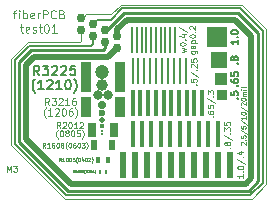
<source format=gbr>
%TF.GenerationSoftware,KiCad,Pcbnew,(5.1.6-0-10_14)*%
%TF.CreationDate,2021-01-22T11:09:43+09:00*%
%TF.ProjectId,test01,74657374-3031-42e6-9b69-6361645f7063,rev?*%
%TF.SameCoordinates,Original*%
%TF.FileFunction,Copper,L1,Top*%
%TF.FilePolarity,Positive*%
%FSLAX46Y46*%
G04 Gerber Fmt 4.6, Leading zero omitted, Abs format (unit mm)*
G04 Created by KiCad (PCBNEW (5.1.6-0-10_14)) date 2021-01-22 11:09:43*
%MOMM*%
%LPD*%
G01*
G04 APERTURE LIST*
%TA.AperFunction,NonConductor*%
%ADD10C,0.080000*%
%TD*%
%TA.AperFunction,NonConductor*%
%ADD11C,0.100000*%
%TD*%
%TA.AperFunction,NonConductor*%
%ADD12C,0.125000*%
%TD*%
%TA.AperFunction,NonConductor*%
%ADD13C,0.150000*%
%TD*%
%TA.AperFunction,NonConductor*%
%ADD14C,0.040000*%
%TD*%
%TA.AperFunction,NonConductor*%
%ADD15C,0.050000*%
%TD*%
%TA.AperFunction,ComponentPad*%
%ADD16R,1.700000X1.700000*%
%TD*%
%TA.AperFunction,SMDPad,CuDef*%
%ADD17C,0.750000*%
%TD*%
%TA.AperFunction,SMDPad,CuDef*%
%ADD18R,0.200000X2.200000*%
%TD*%
%TA.AperFunction,SMDPad,CuDef*%
%ADD19R,0.900000X2.500000*%
%TD*%
%TA.AperFunction,SMDPad,CuDef*%
%ADD20R,0.900000X1.700000*%
%TD*%
%TA.AperFunction,SMDPad,CuDef*%
%ADD21R,0.700000X1.300000*%
%TD*%
%TA.AperFunction,SMDPad,CuDef*%
%ADD22R,0.500000X0.900000*%
%TD*%
%TA.AperFunction,SMDPad,CuDef*%
%ADD23R,0.400000X0.600000*%
%TD*%
%TA.AperFunction,SMDPad,CuDef*%
%ADD24R,0.280000X0.430000*%
%TD*%
%TA.AperFunction,ComponentPad*%
%ADD25R,1.350000X1.350000*%
%TD*%
%TA.AperFunction,ComponentPad*%
%ADD26R,0.850000X0.850000*%
%TD*%
%TA.AperFunction,ComponentPad*%
%ADD27R,1.000000X1.000000*%
%TD*%
%TA.AperFunction,SMDPad,CuDef*%
%ADD28R,0.600000X2.200000*%
%TD*%
%TA.AperFunction,SMDPad,CuDef*%
%ADD29R,0.450000X2.200000*%
%TD*%
%TA.AperFunction,SMDPad,CuDef*%
%ADD30R,0.350000X2.200000*%
%TD*%
%TA.AperFunction,SMDPad,CuDef*%
%ADD31R,0.250000X2.200000*%
%TD*%
%TA.AperFunction,ViaPad*%
%ADD32C,0.800000*%
%TD*%
%TA.AperFunction,ViaPad*%
%ADD33C,1.000000*%
%TD*%
%TA.AperFunction,ViaPad*%
%ADD34C,1.200000*%
%TD*%
%TA.AperFunction,ViaPad*%
%ADD35C,0.700000*%
%TD*%
%TA.AperFunction,ViaPad*%
%ADD36C,0.600000*%
%TD*%
%TA.AperFunction,ViaPad*%
%ADD37C,0.500000*%
%TD*%
%TA.AperFunction,ViaPad*%
%ADD38C,0.400000*%
%TD*%
%TA.AperFunction,ViaPad*%
%ADD39C,0.300000*%
%TD*%
%TA.AperFunction,ViaPad*%
%ADD40C,0.200000*%
%TD*%
%TA.AperFunction,Conductor*%
%ADD41C,0.063500*%
%TD*%
%TA.AperFunction,Conductor*%
%ADD42C,0.127000*%
%TD*%
%TA.AperFunction,Conductor*%
%ADD43C,0.254000*%
%TD*%
%TA.AperFunction,Conductor*%
%ADD44C,0.508000*%
%TD*%
G04 APERTURE END LIST*
D10*
X150683333Y-51030952D02*
X150550000Y-50840476D01*
X150454761Y-51030952D02*
X150454761Y-50630952D01*
X150607142Y-50630952D01*
X150645238Y-50650000D01*
X150664285Y-50669047D01*
X150683333Y-50707142D01*
X150683333Y-50764285D01*
X150664285Y-50802380D01*
X150645238Y-50821428D01*
X150607142Y-50840476D01*
X150454761Y-50840476D01*
X151064285Y-51030952D02*
X150835714Y-51030952D01*
X150950000Y-51030952D02*
X150950000Y-50630952D01*
X150911904Y-50688095D01*
X150873809Y-50726190D01*
X150835714Y-50745238D01*
X151407142Y-50630952D02*
X151330952Y-50630952D01*
X151292857Y-50650000D01*
X151273809Y-50669047D01*
X151235714Y-50726190D01*
X151216666Y-50802380D01*
X151216666Y-50954761D01*
X151235714Y-50992857D01*
X151254761Y-51011904D01*
X151292857Y-51030952D01*
X151369047Y-51030952D01*
X151407142Y-51011904D01*
X151426190Y-50992857D01*
X151445238Y-50954761D01*
X151445238Y-50859523D01*
X151426190Y-50821428D01*
X151407142Y-50802380D01*
X151369047Y-50783333D01*
X151292857Y-50783333D01*
X151254761Y-50802380D01*
X151235714Y-50821428D01*
X151216666Y-50859523D01*
X151692857Y-50630952D02*
X151730952Y-50630952D01*
X151769047Y-50650000D01*
X151788095Y-50669047D01*
X151807142Y-50707142D01*
X151826190Y-50783333D01*
X151826190Y-50878571D01*
X151807142Y-50954761D01*
X151788095Y-50992857D01*
X151769047Y-51011904D01*
X151730952Y-51030952D01*
X151692857Y-51030952D01*
X151654761Y-51011904D01*
X151635714Y-50992857D01*
X151616666Y-50954761D01*
X151597619Y-50878571D01*
X151597619Y-50783333D01*
X151616666Y-50707142D01*
X151635714Y-50669047D01*
X151654761Y-50650000D01*
X151692857Y-50630952D01*
X152054761Y-50802380D02*
X152016666Y-50783333D01*
X151997619Y-50764285D01*
X151978571Y-50726190D01*
X151978571Y-50707142D01*
X151997619Y-50669047D01*
X152016666Y-50650000D01*
X152054761Y-50630952D01*
X152130952Y-50630952D01*
X152169047Y-50650000D01*
X152188095Y-50669047D01*
X152207142Y-50707142D01*
X152207142Y-50726190D01*
X152188095Y-50764285D01*
X152169047Y-50783333D01*
X152130952Y-50802380D01*
X152054761Y-50802380D01*
X152016666Y-50821428D01*
X151997619Y-50840476D01*
X151978571Y-50878571D01*
X151978571Y-50954761D01*
X151997619Y-50992857D01*
X152016666Y-51011904D01*
X152054761Y-51030952D01*
X152130952Y-51030952D01*
X152169047Y-51011904D01*
X152188095Y-50992857D01*
X152207142Y-50954761D01*
X152207142Y-50878571D01*
X152188095Y-50840476D01*
X152169047Y-50821428D01*
X152130952Y-50802380D01*
X152492857Y-51183333D02*
X152473809Y-51164285D01*
X152435714Y-51107142D01*
X152416666Y-51069047D01*
X152397619Y-51011904D01*
X152378571Y-50916666D01*
X152378571Y-50840476D01*
X152397619Y-50745238D01*
X152416666Y-50688095D01*
X152435714Y-50650000D01*
X152473809Y-50592857D01*
X152492857Y-50573809D01*
X152721428Y-50630952D02*
X152759523Y-50630952D01*
X152797619Y-50650000D01*
X152816666Y-50669047D01*
X152835714Y-50707142D01*
X152854761Y-50783333D01*
X152854761Y-50878571D01*
X152835714Y-50954761D01*
X152816666Y-50992857D01*
X152797619Y-51011904D01*
X152759523Y-51030952D01*
X152721428Y-51030952D01*
X152683333Y-51011904D01*
X152664285Y-50992857D01*
X152645238Y-50954761D01*
X152626190Y-50878571D01*
X152626190Y-50783333D01*
X152645238Y-50707142D01*
X152664285Y-50669047D01*
X152683333Y-50650000D01*
X152721428Y-50630952D01*
X153197619Y-50630952D02*
X153121428Y-50630952D01*
X153083333Y-50650000D01*
X153064285Y-50669047D01*
X153026190Y-50726190D01*
X153007142Y-50802380D01*
X153007142Y-50954761D01*
X153026190Y-50992857D01*
X153045238Y-51011904D01*
X153083333Y-51030952D01*
X153159523Y-51030952D01*
X153197619Y-51011904D01*
X153216666Y-50992857D01*
X153235714Y-50954761D01*
X153235714Y-50859523D01*
X153216666Y-50821428D01*
X153197619Y-50802380D01*
X153159523Y-50783333D01*
X153083333Y-50783333D01*
X153045238Y-50802380D01*
X153026190Y-50821428D01*
X153007142Y-50859523D01*
X153483333Y-50630952D02*
X153521428Y-50630952D01*
X153559523Y-50650000D01*
X153578571Y-50669047D01*
X153597619Y-50707142D01*
X153616666Y-50783333D01*
X153616666Y-50878571D01*
X153597619Y-50954761D01*
X153578571Y-50992857D01*
X153559523Y-51011904D01*
X153521428Y-51030952D01*
X153483333Y-51030952D01*
X153445238Y-51011904D01*
X153426190Y-50992857D01*
X153407142Y-50954761D01*
X153388095Y-50878571D01*
X153388095Y-50783333D01*
X153407142Y-50707142D01*
X153426190Y-50669047D01*
X153445238Y-50650000D01*
X153483333Y-50630952D01*
X153750000Y-50630952D02*
X153997619Y-50630952D01*
X153864285Y-50783333D01*
X153921428Y-50783333D01*
X153959523Y-50802380D01*
X153978571Y-50821428D01*
X153997619Y-50859523D01*
X153997619Y-50954761D01*
X153978571Y-50992857D01*
X153959523Y-51011904D01*
X153921428Y-51030952D01*
X153807142Y-51030952D01*
X153769047Y-51011904D01*
X153750000Y-50992857D01*
X154130952Y-51183333D02*
X154150000Y-51164285D01*
X154188095Y-51107142D01*
X154207142Y-51069047D01*
X154226190Y-51011904D01*
X154245238Y-50916666D01*
X154245238Y-50840476D01*
X154226190Y-50745238D01*
X154207142Y-50688095D01*
X154188095Y-50650000D01*
X154150000Y-50592857D01*
X154130952Y-50573809D01*
D11*
X151726190Y-50266666D02*
X151702380Y-50242857D01*
X151654761Y-50171428D01*
X151630952Y-50123809D01*
X151607142Y-50052380D01*
X151583333Y-49933333D01*
X151583333Y-49838095D01*
X151607142Y-49719047D01*
X151630952Y-49647619D01*
X151654761Y-49600000D01*
X151702380Y-49528571D01*
X151726190Y-49504761D01*
X152011904Y-49576190D02*
X152059523Y-49576190D01*
X152107142Y-49600000D01*
X152130952Y-49623809D01*
X152154761Y-49671428D01*
X152178571Y-49766666D01*
X152178571Y-49885714D01*
X152154761Y-49980952D01*
X152130952Y-50028571D01*
X152107142Y-50052380D01*
X152059523Y-50076190D01*
X152011904Y-50076190D01*
X151964285Y-50052380D01*
X151940476Y-50028571D01*
X151916666Y-49980952D01*
X151892857Y-49885714D01*
X151892857Y-49766666D01*
X151916666Y-49671428D01*
X151940476Y-49623809D01*
X151964285Y-49600000D01*
X152011904Y-49576190D01*
X152464285Y-49790476D02*
X152416666Y-49766666D01*
X152392857Y-49742857D01*
X152369047Y-49695238D01*
X152369047Y-49671428D01*
X152392857Y-49623809D01*
X152416666Y-49600000D01*
X152464285Y-49576190D01*
X152559523Y-49576190D01*
X152607142Y-49600000D01*
X152630952Y-49623809D01*
X152654761Y-49671428D01*
X152654761Y-49695238D01*
X152630952Y-49742857D01*
X152607142Y-49766666D01*
X152559523Y-49790476D01*
X152464285Y-49790476D01*
X152416666Y-49814285D01*
X152392857Y-49838095D01*
X152369047Y-49885714D01*
X152369047Y-49980952D01*
X152392857Y-50028571D01*
X152416666Y-50052380D01*
X152464285Y-50076190D01*
X152559523Y-50076190D01*
X152607142Y-50052380D01*
X152630952Y-50028571D01*
X152654761Y-49980952D01*
X152654761Y-49885714D01*
X152630952Y-49838095D01*
X152607142Y-49814285D01*
X152559523Y-49790476D01*
X152964285Y-49576190D02*
X153011904Y-49576190D01*
X153059523Y-49600000D01*
X153083333Y-49623809D01*
X153107142Y-49671428D01*
X153130952Y-49766666D01*
X153130952Y-49885714D01*
X153107142Y-49980952D01*
X153083333Y-50028571D01*
X153059523Y-50052380D01*
X153011904Y-50076190D01*
X152964285Y-50076190D01*
X152916666Y-50052380D01*
X152892857Y-50028571D01*
X152869047Y-49980952D01*
X152845238Y-49885714D01*
X152845238Y-49766666D01*
X152869047Y-49671428D01*
X152892857Y-49623809D01*
X152916666Y-49600000D01*
X152964285Y-49576190D01*
X153583333Y-49576190D02*
X153345238Y-49576190D01*
X153321428Y-49814285D01*
X153345238Y-49790476D01*
X153392857Y-49766666D01*
X153511904Y-49766666D01*
X153559523Y-49790476D01*
X153583333Y-49814285D01*
X153607142Y-49861904D01*
X153607142Y-49980952D01*
X153583333Y-50028571D01*
X153559523Y-50052380D01*
X153511904Y-50076190D01*
X153392857Y-50076190D01*
X153345238Y-50052380D01*
X153321428Y-50028571D01*
X153773809Y-50266666D02*
X153797619Y-50242857D01*
X153845238Y-50171428D01*
X153869047Y-50123809D01*
X153892857Y-50052380D01*
X153916666Y-49933333D01*
X153916666Y-49838095D01*
X153892857Y-49719047D01*
X153869047Y-49647619D01*
X153845238Y-49600000D01*
X153797619Y-49528571D01*
X153773809Y-49504761D01*
X151952380Y-49376190D02*
X151785714Y-49138095D01*
X151666666Y-49376190D02*
X151666666Y-48876190D01*
X151857142Y-48876190D01*
X151904761Y-48900000D01*
X151928571Y-48923809D01*
X151952380Y-48971428D01*
X151952380Y-49042857D01*
X151928571Y-49090476D01*
X151904761Y-49114285D01*
X151857142Y-49138095D01*
X151666666Y-49138095D01*
X152142857Y-48923809D02*
X152166666Y-48900000D01*
X152214285Y-48876190D01*
X152333333Y-48876190D01*
X152380952Y-48900000D01*
X152404761Y-48923809D01*
X152428571Y-48971428D01*
X152428571Y-49019047D01*
X152404761Y-49090476D01*
X152119047Y-49376190D01*
X152428571Y-49376190D01*
X152738095Y-48876190D02*
X152785714Y-48876190D01*
X152833333Y-48900000D01*
X152857142Y-48923809D01*
X152880952Y-48971428D01*
X152904761Y-49066666D01*
X152904761Y-49185714D01*
X152880952Y-49280952D01*
X152857142Y-49328571D01*
X152833333Y-49352380D01*
X152785714Y-49376190D01*
X152738095Y-49376190D01*
X152690476Y-49352380D01*
X152666666Y-49328571D01*
X152642857Y-49280952D01*
X152619047Y-49185714D01*
X152619047Y-49066666D01*
X152642857Y-48971428D01*
X152666666Y-48923809D01*
X152690476Y-48900000D01*
X152738095Y-48876190D01*
X153380952Y-49376190D02*
X153095238Y-49376190D01*
X153238095Y-49376190D02*
X153238095Y-48876190D01*
X153190476Y-48947619D01*
X153142857Y-48995238D01*
X153095238Y-49019047D01*
X153571428Y-48923809D02*
X153595238Y-48900000D01*
X153642857Y-48876190D01*
X153761904Y-48876190D01*
X153809523Y-48900000D01*
X153833333Y-48923809D01*
X153857142Y-48971428D01*
X153857142Y-49019047D01*
X153833333Y-49090476D01*
X153547619Y-49376190D01*
X153857142Y-49376190D01*
D12*
X150992857Y-47421428D02*
X150792857Y-47135714D01*
X150650000Y-47421428D02*
X150650000Y-46821428D01*
X150878571Y-46821428D01*
X150935714Y-46850000D01*
X150964285Y-46878571D01*
X150992857Y-46935714D01*
X150992857Y-47021428D01*
X150964285Y-47078571D01*
X150935714Y-47107142D01*
X150878571Y-47135714D01*
X150650000Y-47135714D01*
X151192857Y-46821428D02*
X151564285Y-46821428D01*
X151364285Y-47050000D01*
X151450000Y-47050000D01*
X151507142Y-47078571D01*
X151535714Y-47107142D01*
X151564285Y-47164285D01*
X151564285Y-47307142D01*
X151535714Y-47364285D01*
X151507142Y-47392857D01*
X151450000Y-47421428D01*
X151278571Y-47421428D01*
X151221428Y-47392857D01*
X151192857Y-47364285D01*
X151792857Y-46878571D02*
X151821428Y-46850000D01*
X151878571Y-46821428D01*
X152021428Y-46821428D01*
X152078571Y-46850000D01*
X152107142Y-46878571D01*
X152135714Y-46935714D01*
X152135714Y-46992857D01*
X152107142Y-47078571D01*
X151764285Y-47421428D01*
X152135714Y-47421428D01*
X152707142Y-47421428D02*
X152364285Y-47421428D01*
X152535714Y-47421428D02*
X152535714Y-46821428D01*
X152478571Y-46907142D01*
X152421428Y-46964285D01*
X152364285Y-46992857D01*
X153221428Y-46821428D02*
X153107142Y-46821428D01*
X153050000Y-46850000D01*
X153021428Y-46878571D01*
X152964285Y-46964285D01*
X152935714Y-47078571D01*
X152935714Y-47307142D01*
X152964285Y-47364285D01*
X152992857Y-47392857D01*
X153050000Y-47421428D01*
X153164285Y-47421428D01*
X153221428Y-47392857D01*
X153250000Y-47364285D01*
X153278571Y-47307142D01*
X153278571Y-47164285D01*
X153250000Y-47107142D01*
X153221428Y-47078571D01*
X153164285Y-47050000D01*
X153050000Y-47050000D01*
X152992857Y-47078571D01*
X152964285Y-47107142D01*
X152935714Y-47164285D01*
X150721428Y-48550000D02*
X150692857Y-48521428D01*
X150635714Y-48435714D01*
X150607142Y-48378571D01*
X150578571Y-48292857D01*
X150550000Y-48150000D01*
X150550000Y-48035714D01*
X150578571Y-47892857D01*
X150607142Y-47807142D01*
X150635714Y-47750000D01*
X150692857Y-47664285D01*
X150721428Y-47635714D01*
X151264285Y-48321428D02*
X150921428Y-48321428D01*
X151092857Y-48321428D02*
X151092857Y-47721428D01*
X151035714Y-47807142D01*
X150978571Y-47864285D01*
X150921428Y-47892857D01*
X151492857Y-47778571D02*
X151521428Y-47750000D01*
X151578571Y-47721428D01*
X151721428Y-47721428D01*
X151778571Y-47750000D01*
X151807142Y-47778571D01*
X151835714Y-47835714D01*
X151835714Y-47892857D01*
X151807142Y-47978571D01*
X151464285Y-48321428D01*
X151835714Y-48321428D01*
X152207142Y-47721428D02*
X152264285Y-47721428D01*
X152321428Y-47750000D01*
X152350000Y-47778571D01*
X152378571Y-47835714D01*
X152407142Y-47950000D01*
X152407142Y-48092857D01*
X152378571Y-48207142D01*
X152350000Y-48264285D01*
X152321428Y-48292857D01*
X152264285Y-48321428D01*
X152207142Y-48321428D01*
X152150000Y-48292857D01*
X152121428Y-48264285D01*
X152092857Y-48207142D01*
X152064285Y-48092857D01*
X152064285Y-47950000D01*
X152092857Y-47835714D01*
X152121428Y-47778571D01*
X152150000Y-47750000D01*
X152207142Y-47721428D01*
X152921428Y-47721428D02*
X152807142Y-47721428D01*
X152750000Y-47750000D01*
X152721428Y-47778571D01*
X152664285Y-47864285D01*
X152635714Y-47978571D01*
X152635714Y-48207142D01*
X152664285Y-48264285D01*
X152692857Y-48292857D01*
X152750000Y-48321428D01*
X152864285Y-48321428D01*
X152921428Y-48292857D01*
X152950000Y-48264285D01*
X152978571Y-48207142D01*
X152978571Y-48064285D01*
X152950000Y-48007142D01*
X152921428Y-47978571D01*
X152864285Y-47950000D01*
X152750000Y-47950000D01*
X152692857Y-47978571D01*
X152664285Y-48007142D01*
X152635714Y-48064285D01*
X153178571Y-48550000D02*
X153207142Y-48521428D01*
X153264285Y-48435714D01*
X153292857Y-48378571D01*
X153321428Y-48292857D01*
X153350000Y-48150000D01*
X153350000Y-48035714D01*
X153321428Y-47892857D01*
X153292857Y-47807142D01*
X153264285Y-47750000D01*
X153207142Y-47664285D01*
X153178571Y-47635714D01*
D13*
X149811904Y-46416666D02*
X149773809Y-46378571D01*
X149697619Y-46264285D01*
X149659523Y-46188095D01*
X149621428Y-46073809D01*
X149583333Y-45883333D01*
X149583333Y-45730952D01*
X149621428Y-45540476D01*
X149659523Y-45426190D01*
X149697619Y-45350000D01*
X149773809Y-45235714D01*
X149811904Y-45197619D01*
X150535714Y-46111904D02*
X150078571Y-46111904D01*
X150307142Y-46111904D02*
X150307142Y-45311904D01*
X150230952Y-45426190D01*
X150154761Y-45502380D01*
X150078571Y-45540476D01*
X150840476Y-45388095D02*
X150878571Y-45350000D01*
X150954761Y-45311904D01*
X151145238Y-45311904D01*
X151221428Y-45350000D01*
X151259523Y-45388095D01*
X151297619Y-45464285D01*
X151297619Y-45540476D01*
X151259523Y-45654761D01*
X150802380Y-46111904D01*
X151297619Y-46111904D01*
X152059523Y-46111904D02*
X151602380Y-46111904D01*
X151830952Y-46111904D02*
X151830952Y-45311904D01*
X151754761Y-45426190D01*
X151678571Y-45502380D01*
X151602380Y-45540476D01*
X152554761Y-45311904D02*
X152630952Y-45311904D01*
X152707142Y-45350000D01*
X152745238Y-45388095D01*
X152783333Y-45464285D01*
X152821428Y-45616666D01*
X152821428Y-45807142D01*
X152783333Y-45959523D01*
X152745238Y-46035714D01*
X152707142Y-46073809D01*
X152630952Y-46111904D01*
X152554761Y-46111904D01*
X152478571Y-46073809D01*
X152440476Y-46035714D01*
X152402380Y-45959523D01*
X152364285Y-45807142D01*
X152364285Y-45616666D01*
X152402380Y-45464285D01*
X152440476Y-45388095D01*
X152478571Y-45350000D01*
X152554761Y-45311904D01*
X153088095Y-46416666D02*
X153126190Y-46378571D01*
X153202380Y-46264285D01*
X153240476Y-46188095D01*
X153278571Y-46073809D01*
X153316666Y-45883333D01*
X153316666Y-45730952D01*
X153278571Y-45540476D01*
X153240476Y-45426190D01*
X153202380Y-45350000D01*
X153126190Y-45235714D01*
X153088095Y-45197619D01*
D14*
X153116666Y-53140476D02*
X153050000Y-53045238D01*
X153002380Y-53140476D02*
X153002380Y-52940476D01*
X153078571Y-52940476D01*
X153097619Y-52950000D01*
X153107142Y-52959523D01*
X153116666Y-52978571D01*
X153116666Y-53007142D01*
X153107142Y-53026190D01*
X153097619Y-53035714D01*
X153078571Y-53045238D01*
X153002380Y-53045238D01*
X153240476Y-52940476D02*
X153259523Y-52940476D01*
X153278571Y-52950000D01*
X153288095Y-52959523D01*
X153297619Y-52978571D01*
X153307142Y-53016666D01*
X153307142Y-53064285D01*
X153297619Y-53102380D01*
X153288095Y-53121428D01*
X153278571Y-53130952D01*
X153259523Y-53140476D01*
X153240476Y-53140476D01*
X153221428Y-53130952D01*
X153211904Y-53121428D01*
X153202380Y-53102380D01*
X153192857Y-53064285D01*
X153192857Y-53016666D01*
X153202380Y-52978571D01*
X153211904Y-52959523D01*
X153221428Y-52950000D01*
X153240476Y-52940476D01*
X153478571Y-52940476D02*
X153440476Y-52940476D01*
X153421428Y-52950000D01*
X153411904Y-52959523D01*
X153392857Y-52988095D01*
X153383333Y-53026190D01*
X153383333Y-53102380D01*
X153392857Y-53121428D01*
X153402380Y-53130952D01*
X153421428Y-53140476D01*
X153459523Y-53140476D01*
X153478571Y-53130952D01*
X153488095Y-53121428D01*
X153497619Y-53102380D01*
X153497619Y-53054761D01*
X153488095Y-53035714D01*
X153478571Y-53026190D01*
X153459523Y-53016666D01*
X153421428Y-53016666D01*
X153402380Y-53026190D01*
X153392857Y-53035714D01*
X153383333Y-53054761D01*
X153621428Y-52940476D02*
X153640476Y-52940476D01*
X153659523Y-52950000D01*
X153669047Y-52959523D01*
X153678571Y-52978571D01*
X153688095Y-53016666D01*
X153688095Y-53064285D01*
X153678571Y-53102380D01*
X153669047Y-53121428D01*
X153659523Y-53130952D01*
X153640476Y-53140476D01*
X153621428Y-53140476D01*
X153602380Y-53130952D01*
X153592857Y-53121428D01*
X153583333Y-53102380D01*
X153573809Y-53064285D01*
X153573809Y-53016666D01*
X153583333Y-52978571D01*
X153592857Y-52959523D01*
X153602380Y-52950000D01*
X153621428Y-52940476D01*
X153754761Y-52940476D02*
X153878571Y-52940476D01*
X153811904Y-53016666D01*
X153840476Y-53016666D01*
X153859523Y-53026190D01*
X153869047Y-53035714D01*
X153878571Y-53054761D01*
X153878571Y-53102380D01*
X153869047Y-53121428D01*
X153859523Y-53130952D01*
X153840476Y-53140476D01*
X153783333Y-53140476D01*
X153764285Y-53130952D01*
X153754761Y-53121428D01*
X154021428Y-53216666D02*
X154011904Y-53207142D01*
X153992857Y-53178571D01*
X153983333Y-53159523D01*
X153973809Y-53130952D01*
X153964285Y-53083333D01*
X153964285Y-53045238D01*
X153973809Y-52997619D01*
X153983333Y-52969047D01*
X153992857Y-52950000D01*
X154011904Y-52921428D01*
X154021428Y-52911904D01*
X154135714Y-52940476D02*
X154154761Y-52940476D01*
X154173809Y-52950000D01*
X154183333Y-52959523D01*
X154192857Y-52978571D01*
X154202380Y-53016666D01*
X154202380Y-53064285D01*
X154192857Y-53102380D01*
X154183333Y-53121428D01*
X154173809Y-53130952D01*
X154154761Y-53140476D01*
X154135714Y-53140476D01*
X154116666Y-53130952D01*
X154107142Y-53121428D01*
X154097619Y-53102380D01*
X154088095Y-53064285D01*
X154088095Y-53016666D01*
X154097619Y-52978571D01*
X154107142Y-52959523D01*
X154116666Y-52950000D01*
X154135714Y-52940476D01*
X154278571Y-52959523D02*
X154288095Y-52950000D01*
X154307142Y-52940476D01*
X154354761Y-52940476D01*
X154373809Y-52950000D01*
X154383333Y-52959523D01*
X154392857Y-52978571D01*
X154392857Y-52997619D01*
X154383333Y-53026190D01*
X154269047Y-53140476D01*
X154392857Y-53140476D01*
X154516666Y-52940476D02*
X154535714Y-52940476D01*
X154554761Y-52950000D01*
X154564285Y-52959523D01*
X154573809Y-52978571D01*
X154583333Y-53016666D01*
X154583333Y-53064285D01*
X154573809Y-53102380D01*
X154564285Y-53121428D01*
X154554761Y-53130952D01*
X154535714Y-53140476D01*
X154516666Y-53140476D01*
X154497619Y-53130952D01*
X154488095Y-53121428D01*
X154478571Y-53102380D01*
X154469047Y-53064285D01*
X154469047Y-53016666D01*
X154478571Y-52978571D01*
X154488095Y-52959523D01*
X154497619Y-52950000D01*
X154516666Y-52940476D01*
X154773809Y-53140476D02*
X154659523Y-53140476D01*
X154716666Y-53140476D02*
X154716666Y-52940476D01*
X154697619Y-52969047D01*
X154678571Y-52988095D01*
X154659523Y-52997619D01*
X154840476Y-53216666D02*
X154850000Y-53207142D01*
X154869047Y-53178571D01*
X154878571Y-53159523D01*
X154888095Y-53130952D01*
X154897619Y-53083333D01*
X154897619Y-53045238D01*
X154888095Y-52997619D01*
X154878571Y-52969047D01*
X154869047Y-52950000D01*
X154850000Y-52921428D01*
X154840476Y-52911904D01*
D15*
X152000000Y-52185714D02*
X151900000Y-52042857D01*
X151828571Y-52185714D02*
X151828571Y-51885714D01*
X151942857Y-51885714D01*
X151971428Y-51900000D01*
X151985714Y-51914285D01*
X152000000Y-51942857D01*
X152000000Y-51985714D01*
X151985714Y-52014285D01*
X151971428Y-52028571D01*
X151942857Y-52042857D01*
X151828571Y-52042857D01*
X152285714Y-52185714D02*
X152114285Y-52185714D01*
X152200000Y-52185714D02*
X152200000Y-51885714D01*
X152171428Y-51928571D01*
X152142857Y-51957142D01*
X152114285Y-51971428D01*
X152471428Y-51885714D02*
X152500000Y-51885714D01*
X152528571Y-51900000D01*
X152542857Y-51914285D01*
X152557142Y-51942857D01*
X152571428Y-52000000D01*
X152571428Y-52071428D01*
X152557142Y-52128571D01*
X152542857Y-52157142D01*
X152528571Y-52171428D01*
X152500000Y-52185714D01*
X152471428Y-52185714D01*
X152442857Y-52171428D01*
X152428571Y-52157142D01*
X152414285Y-52128571D01*
X152400000Y-52071428D01*
X152400000Y-52000000D01*
X152414285Y-51942857D01*
X152428571Y-51914285D01*
X152442857Y-51900000D01*
X152471428Y-51885714D01*
X152757142Y-51885714D02*
X152785714Y-51885714D01*
X152814285Y-51900000D01*
X152828571Y-51914285D01*
X152842857Y-51942857D01*
X152857142Y-52000000D01*
X152857142Y-52071428D01*
X152842857Y-52128571D01*
X152828571Y-52157142D01*
X152814285Y-52171428D01*
X152785714Y-52185714D01*
X152757142Y-52185714D01*
X152728571Y-52171428D01*
X152714285Y-52157142D01*
X152700000Y-52128571D01*
X152685714Y-52071428D01*
X152685714Y-52000000D01*
X152700000Y-51942857D01*
X152714285Y-51914285D01*
X152728571Y-51900000D01*
X152757142Y-51885714D01*
X153128571Y-51885714D02*
X152985714Y-51885714D01*
X152971428Y-52028571D01*
X152985714Y-52014285D01*
X153014285Y-52000000D01*
X153085714Y-52000000D01*
X153114285Y-52014285D01*
X153128571Y-52028571D01*
X153142857Y-52057142D01*
X153142857Y-52128571D01*
X153128571Y-52157142D01*
X153114285Y-52171428D01*
X153085714Y-52185714D01*
X153014285Y-52185714D01*
X152985714Y-52171428D01*
X152971428Y-52157142D01*
X153357142Y-52300000D02*
X153342857Y-52285714D01*
X153314285Y-52242857D01*
X153300000Y-52214285D01*
X153285714Y-52171428D01*
X153271428Y-52100000D01*
X153271428Y-52042857D01*
X153285714Y-51971428D01*
X153300000Y-51928571D01*
X153314285Y-51900000D01*
X153342857Y-51857142D01*
X153357142Y-51842857D01*
X153528571Y-51885714D02*
X153557142Y-51885714D01*
X153585714Y-51900000D01*
X153600000Y-51914285D01*
X153614285Y-51942857D01*
X153628571Y-52000000D01*
X153628571Y-52071428D01*
X153614285Y-52128571D01*
X153600000Y-52157142D01*
X153585714Y-52171428D01*
X153557142Y-52185714D01*
X153528571Y-52185714D01*
X153500000Y-52171428D01*
X153485714Y-52157142D01*
X153471428Y-52128571D01*
X153457142Y-52071428D01*
X153457142Y-52000000D01*
X153471428Y-51942857D01*
X153485714Y-51914285D01*
X153500000Y-51900000D01*
X153528571Y-51885714D01*
X153885714Y-51985714D02*
X153885714Y-52185714D01*
X153814285Y-51871428D02*
X153742857Y-52085714D01*
X153928571Y-52085714D01*
X154100000Y-51885714D02*
X154128571Y-51885714D01*
X154157142Y-51900000D01*
X154171428Y-51914285D01*
X154185714Y-51942857D01*
X154200000Y-52000000D01*
X154200000Y-52071428D01*
X154185714Y-52128571D01*
X154171428Y-52157142D01*
X154157142Y-52171428D01*
X154128571Y-52185714D01*
X154100000Y-52185714D01*
X154071428Y-52171428D01*
X154057142Y-52157142D01*
X154042857Y-52128571D01*
X154028571Y-52071428D01*
X154028571Y-52000000D01*
X154042857Y-51942857D01*
X154057142Y-51914285D01*
X154071428Y-51900000D01*
X154100000Y-51885714D01*
X154314285Y-51914285D02*
X154328571Y-51900000D01*
X154357142Y-51885714D01*
X154428571Y-51885714D01*
X154457142Y-51900000D01*
X154471428Y-51914285D01*
X154485714Y-51942857D01*
X154485714Y-51971428D01*
X154471428Y-52014285D01*
X154300000Y-52185714D01*
X154485714Y-52185714D01*
X154585714Y-52300000D02*
X154600000Y-52285714D01*
X154628571Y-52242857D01*
X154642857Y-52214285D01*
X154657142Y-52171428D01*
X154671428Y-52100000D01*
X154671428Y-52042857D01*
X154657142Y-51971428D01*
X154642857Y-51928571D01*
X154628571Y-51900000D01*
X154600000Y-51857142D01*
X154585714Y-51842857D01*
D13*
X150173809Y-44911904D02*
X149907142Y-44530952D01*
X149716666Y-44911904D02*
X149716666Y-44111904D01*
X150021428Y-44111904D01*
X150097619Y-44150000D01*
X150135714Y-44188095D01*
X150173809Y-44264285D01*
X150173809Y-44378571D01*
X150135714Y-44454761D01*
X150097619Y-44492857D01*
X150021428Y-44530952D01*
X149716666Y-44530952D01*
X150440476Y-44111904D02*
X150935714Y-44111904D01*
X150669047Y-44416666D01*
X150783333Y-44416666D01*
X150859523Y-44454761D01*
X150897619Y-44492857D01*
X150935714Y-44569047D01*
X150935714Y-44759523D01*
X150897619Y-44835714D01*
X150859523Y-44873809D01*
X150783333Y-44911904D01*
X150554761Y-44911904D01*
X150478571Y-44873809D01*
X150440476Y-44835714D01*
X151240476Y-44188095D02*
X151278571Y-44150000D01*
X151354761Y-44111904D01*
X151545238Y-44111904D01*
X151621428Y-44150000D01*
X151659523Y-44188095D01*
X151697619Y-44264285D01*
X151697619Y-44340476D01*
X151659523Y-44454761D01*
X151202380Y-44911904D01*
X151697619Y-44911904D01*
X152002380Y-44188095D02*
X152040476Y-44150000D01*
X152116666Y-44111904D01*
X152307142Y-44111904D01*
X152383333Y-44150000D01*
X152421428Y-44188095D01*
X152459523Y-44264285D01*
X152459523Y-44340476D01*
X152421428Y-44454761D01*
X151964285Y-44911904D01*
X152459523Y-44911904D01*
X153183333Y-44111904D02*
X152802380Y-44111904D01*
X152764285Y-44492857D01*
X152802380Y-44454761D01*
X152878571Y-44416666D01*
X153069047Y-44416666D01*
X153145238Y-44454761D01*
X153183333Y-44492857D01*
X153221428Y-44569047D01*
X153221428Y-44759523D01*
X153183333Y-44835714D01*
X153145238Y-44873809D01*
X153069047Y-44911904D01*
X152878571Y-44911904D01*
X152802380Y-44873809D01*
X152764285Y-44835714D01*
D12*
X148526666Y-40830000D02*
X148793333Y-40830000D01*
X148626666Y-40596666D02*
X148626666Y-41196666D01*
X148660000Y-41263333D01*
X148726666Y-41296666D01*
X148793333Y-41296666D01*
X149293333Y-41263333D02*
X149226666Y-41296666D01*
X149093333Y-41296666D01*
X149026666Y-41263333D01*
X148993333Y-41196666D01*
X148993333Y-40930000D01*
X149026666Y-40863333D01*
X149093333Y-40830000D01*
X149226666Y-40830000D01*
X149293333Y-40863333D01*
X149326666Y-40930000D01*
X149326666Y-40996666D01*
X148993333Y-41063333D01*
X149593333Y-41263333D02*
X149660000Y-41296666D01*
X149793333Y-41296666D01*
X149860000Y-41263333D01*
X149893333Y-41196666D01*
X149893333Y-41163333D01*
X149860000Y-41096666D01*
X149793333Y-41063333D01*
X149693333Y-41063333D01*
X149626666Y-41030000D01*
X149593333Y-40963333D01*
X149593333Y-40930000D01*
X149626666Y-40863333D01*
X149693333Y-40830000D01*
X149793333Y-40830000D01*
X149860000Y-40863333D01*
X150093333Y-40830000D02*
X150360000Y-40830000D01*
X150193333Y-40596666D02*
X150193333Y-41196666D01*
X150226666Y-41263333D01*
X150293333Y-41296666D01*
X150360000Y-41296666D01*
X150726666Y-40596666D02*
X150793333Y-40596666D01*
X150860000Y-40630000D01*
X150893333Y-40663333D01*
X150926666Y-40730000D01*
X150960000Y-40863333D01*
X150960000Y-41030000D01*
X150926666Y-41163333D01*
X150893333Y-41230000D01*
X150860000Y-41263333D01*
X150793333Y-41296666D01*
X150726666Y-41296666D01*
X150660000Y-41263333D01*
X150626666Y-41230000D01*
X150593333Y-41163333D01*
X150560000Y-41030000D01*
X150560000Y-40863333D01*
X150593333Y-40730000D01*
X150626666Y-40663333D01*
X150660000Y-40630000D01*
X150726666Y-40596666D01*
X151626666Y-41296666D02*
X151226666Y-41296666D01*
X151426666Y-41296666D02*
X151426666Y-40596666D01*
X151360000Y-40696666D01*
X151293333Y-40763333D01*
X151226666Y-40796666D01*
X147955446Y-39630000D02*
X148222113Y-39630000D01*
X148055446Y-40096666D02*
X148055446Y-39496666D01*
X148088780Y-39430000D01*
X148155446Y-39396666D01*
X148222113Y-39396666D01*
X148455446Y-40096666D02*
X148455446Y-39630000D01*
X148455446Y-39396666D02*
X148422113Y-39430000D01*
X148455446Y-39463333D01*
X148488780Y-39430000D01*
X148455446Y-39396666D01*
X148455446Y-39463333D01*
X148788780Y-40096666D02*
X148788780Y-39396666D01*
X148788780Y-39663333D02*
X148855446Y-39630000D01*
X148988780Y-39630000D01*
X149055446Y-39663333D01*
X149088780Y-39696666D01*
X149122113Y-39763333D01*
X149122113Y-39963333D01*
X149088780Y-40030000D01*
X149055446Y-40063333D01*
X148988780Y-40096666D01*
X148855446Y-40096666D01*
X148788780Y-40063333D01*
X149688780Y-40063333D02*
X149622113Y-40096666D01*
X149488780Y-40096666D01*
X149422113Y-40063333D01*
X149388780Y-39996666D01*
X149388780Y-39730000D01*
X149422113Y-39663333D01*
X149488780Y-39630000D01*
X149622113Y-39630000D01*
X149688780Y-39663333D01*
X149722113Y-39730000D01*
X149722113Y-39796666D01*
X149388780Y-39863333D01*
X150022113Y-40096666D02*
X150022113Y-39630000D01*
X150022113Y-39763333D02*
X150055446Y-39696666D01*
X150088780Y-39663333D01*
X150155446Y-39630000D01*
X150222113Y-39630000D01*
X150455446Y-40096666D02*
X150455446Y-39396666D01*
X150722113Y-39396666D01*
X150788780Y-39430000D01*
X150822113Y-39463333D01*
X150855446Y-39530000D01*
X150855446Y-39630000D01*
X150822113Y-39696666D01*
X150788780Y-39730000D01*
X150722113Y-39763333D01*
X150455446Y-39763333D01*
X151555446Y-40030000D02*
X151522113Y-40063333D01*
X151422113Y-40096666D01*
X151355446Y-40096666D01*
X151255446Y-40063333D01*
X151188780Y-39996666D01*
X151155446Y-39930000D01*
X151122113Y-39796666D01*
X151122113Y-39696666D01*
X151155446Y-39563333D01*
X151188780Y-39496666D01*
X151255446Y-39430000D01*
X151355446Y-39396666D01*
X151422113Y-39396666D01*
X151522113Y-39430000D01*
X151555446Y-39463333D01*
X152088780Y-39730000D02*
X152188780Y-39763333D01*
X152222113Y-39796666D01*
X152255446Y-39863333D01*
X152255446Y-39963333D01*
X152222113Y-40030000D01*
X152188780Y-40063333D01*
X152122113Y-40096666D01*
X151855446Y-40096666D01*
X151855446Y-39396666D01*
X152088780Y-39396666D01*
X152155446Y-39430000D01*
X152188780Y-39463333D01*
X152222113Y-39530000D01*
X152222113Y-39596666D01*
X152188780Y-39663333D01*
X152155446Y-39696666D01*
X152088780Y-39730000D01*
X151855446Y-39730000D01*
X147445238Y-53076190D02*
X147445238Y-52576190D01*
X147611904Y-52933333D01*
X147778571Y-52576190D01*
X147778571Y-53076190D01*
X147969047Y-52576190D02*
X148278571Y-52576190D01*
X148111904Y-52766666D01*
X148183333Y-52766666D01*
X148230952Y-52790476D01*
X148254761Y-52814285D01*
X148278571Y-52861904D01*
X148278571Y-52980952D01*
X148254761Y-53028571D01*
X148230952Y-53052380D01*
X148183333Y-53076190D01*
X148040476Y-53076190D01*
X147992857Y-53052380D01*
X147969047Y-53028571D01*
D11*
X167269047Y-50797619D02*
X167250000Y-50778571D01*
X167230952Y-50740476D01*
X167230952Y-50645238D01*
X167250000Y-50607142D01*
X167269047Y-50588095D01*
X167307142Y-50569047D01*
X167345238Y-50569047D01*
X167402380Y-50588095D01*
X167630952Y-50816666D01*
X167630952Y-50569047D01*
X167592857Y-50397619D02*
X167611904Y-50378571D01*
X167630952Y-50397619D01*
X167611904Y-50416666D01*
X167592857Y-50397619D01*
X167630952Y-50397619D01*
X167230952Y-50016666D02*
X167230952Y-50207142D01*
X167421428Y-50226190D01*
X167402380Y-50207142D01*
X167383333Y-50169047D01*
X167383333Y-50073809D01*
X167402380Y-50035714D01*
X167421428Y-50016666D01*
X167459523Y-49997619D01*
X167554761Y-49997619D01*
X167592857Y-50016666D01*
X167611904Y-50035714D01*
X167630952Y-50073809D01*
X167630952Y-50169047D01*
X167611904Y-50207142D01*
X167592857Y-50226190D01*
X167211904Y-49540476D02*
X167726190Y-49883333D01*
X167230952Y-49216666D02*
X167230952Y-49407142D01*
X167421428Y-49426190D01*
X167402380Y-49407142D01*
X167383333Y-49369047D01*
X167383333Y-49273809D01*
X167402380Y-49235714D01*
X167421428Y-49216666D01*
X167459523Y-49197619D01*
X167554761Y-49197619D01*
X167592857Y-49216666D01*
X167611904Y-49235714D01*
X167630952Y-49273809D01*
X167630952Y-49369047D01*
X167611904Y-49407142D01*
X167592857Y-49426190D01*
X167211904Y-48740476D02*
X167726190Y-49083333D01*
X167630952Y-48397619D02*
X167630952Y-48626190D01*
X167630952Y-48511904D02*
X167230952Y-48511904D01*
X167288095Y-48550000D01*
X167326190Y-48588095D01*
X167345238Y-48626190D01*
X167230952Y-48150000D02*
X167230952Y-48111904D01*
X167250000Y-48073809D01*
X167269047Y-48054761D01*
X167307142Y-48035714D01*
X167383333Y-48016666D01*
X167478571Y-48016666D01*
X167554761Y-48035714D01*
X167592857Y-48054761D01*
X167611904Y-48073809D01*
X167630952Y-48111904D01*
X167630952Y-48150000D01*
X167611904Y-48188095D01*
X167592857Y-48207142D01*
X167554761Y-48226190D01*
X167478571Y-48245238D01*
X167383333Y-48245238D01*
X167307142Y-48226190D01*
X167269047Y-48207142D01*
X167250000Y-48188095D01*
X167230952Y-48150000D01*
X167211904Y-47559523D02*
X167726190Y-47902380D01*
X167269047Y-47445238D02*
X167250000Y-47426190D01*
X167230952Y-47388095D01*
X167230952Y-47292857D01*
X167250000Y-47254761D01*
X167269047Y-47235714D01*
X167307142Y-47216666D01*
X167345238Y-47216666D01*
X167402380Y-47235714D01*
X167630952Y-47464285D01*
X167630952Y-47216666D01*
X167230952Y-46969047D02*
X167230952Y-46930952D01*
X167250000Y-46892857D01*
X167269047Y-46873809D01*
X167307142Y-46854761D01*
X167383333Y-46835714D01*
X167478571Y-46835714D01*
X167554761Y-46854761D01*
X167592857Y-46873809D01*
X167611904Y-46892857D01*
X167630952Y-46930952D01*
X167630952Y-46969047D01*
X167611904Y-47007142D01*
X167592857Y-47026190D01*
X167554761Y-47045238D01*
X167478571Y-47064285D01*
X167383333Y-47064285D01*
X167307142Y-47045238D01*
X167269047Y-47026190D01*
X167250000Y-47007142D01*
X167230952Y-46969047D01*
X167630952Y-46664285D02*
X167364285Y-46664285D01*
X167402380Y-46664285D02*
X167383333Y-46645238D01*
X167364285Y-46607142D01*
X167364285Y-46550000D01*
X167383333Y-46511904D01*
X167421428Y-46492857D01*
X167630952Y-46492857D01*
X167421428Y-46492857D02*
X167383333Y-46473809D01*
X167364285Y-46435714D01*
X167364285Y-46378571D01*
X167383333Y-46340476D01*
X167421428Y-46321428D01*
X167630952Y-46321428D01*
X167630952Y-46130952D02*
X167364285Y-46130952D01*
X167230952Y-46130952D02*
X167250000Y-46150000D01*
X167269047Y-46130952D01*
X167250000Y-46111904D01*
X167230952Y-46130952D01*
X167269047Y-46130952D01*
X167630952Y-45883333D02*
X167611904Y-45921428D01*
X167573809Y-45940476D01*
X167230952Y-45940476D01*
D12*
X167436190Y-53283333D02*
X167436190Y-53569047D01*
X167436190Y-53426190D02*
X166936190Y-53426190D01*
X167007619Y-53473809D01*
X167055238Y-53521428D01*
X167079047Y-53569047D01*
X167388571Y-53069047D02*
X167412380Y-53045238D01*
X167436190Y-53069047D01*
X167412380Y-53092857D01*
X167388571Y-53069047D01*
X167436190Y-53069047D01*
X166936190Y-52735714D02*
X166936190Y-52688095D01*
X166960000Y-52640476D01*
X166983809Y-52616666D01*
X167031428Y-52592857D01*
X167126666Y-52569047D01*
X167245714Y-52569047D01*
X167340952Y-52592857D01*
X167388571Y-52616666D01*
X167412380Y-52640476D01*
X167436190Y-52688095D01*
X167436190Y-52735714D01*
X167412380Y-52783333D01*
X167388571Y-52807142D01*
X167340952Y-52830952D01*
X167245714Y-52854761D01*
X167126666Y-52854761D01*
X167031428Y-52830952D01*
X166983809Y-52807142D01*
X166960000Y-52783333D01*
X166936190Y-52735714D01*
X166912380Y-51997619D02*
X167555238Y-52426190D01*
X167388571Y-51830952D02*
X167412380Y-51807142D01*
X167436190Y-51830952D01*
X167412380Y-51854761D01*
X167388571Y-51830952D01*
X167436190Y-51830952D01*
X167102857Y-51378571D02*
X167436190Y-51378571D01*
X166912380Y-51497619D02*
X167269523Y-51616666D01*
X167269523Y-51307142D01*
X166268571Y-51065238D02*
X166292380Y-51041428D01*
X166316190Y-51065238D01*
X166292380Y-51089047D01*
X166268571Y-51065238D01*
X166316190Y-51065238D01*
X166030476Y-50755714D02*
X166006666Y-50803333D01*
X165982857Y-50827142D01*
X165935238Y-50850952D01*
X165911428Y-50850952D01*
X165863809Y-50827142D01*
X165840000Y-50803333D01*
X165816190Y-50755714D01*
X165816190Y-50660476D01*
X165840000Y-50612857D01*
X165863809Y-50589047D01*
X165911428Y-50565238D01*
X165935238Y-50565238D01*
X165982857Y-50589047D01*
X166006666Y-50612857D01*
X166030476Y-50660476D01*
X166030476Y-50755714D01*
X166054285Y-50803333D01*
X166078095Y-50827142D01*
X166125714Y-50850952D01*
X166220952Y-50850952D01*
X166268571Y-50827142D01*
X166292380Y-50803333D01*
X166316190Y-50755714D01*
X166316190Y-50660476D01*
X166292380Y-50612857D01*
X166268571Y-50589047D01*
X166220952Y-50565238D01*
X166125714Y-50565238D01*
X166078095Y-50589047D01*
X166054285Y-50612857D01*
X166030476Y-50660476D01*
X165792380Y-49993809D02*
X166435238Y-50422380D01*
X166268571Y-49827142D02*
X166292380Y-49803333D01*
X166316190Y-49827142D01*
X166292380Y-49850952D01*
X166268571Y-49827142D01*
X166316190Y-49827142D01*
X165816190Y-49636666D02*
X165816190Y-49327142D01*
X166006666Y-49493809D01*
X166006666Y-49422380D01*
X166030476Y-49374761D01*
X166054285Y-49350952D01*
X166101904Y-49327142D01*
X166220952Y-49327142D01*
X166268571Y-49350952D01*
X166292380Y-49374761D01*
X166316190Y-49422380D01*
X166316190Y-49565238D01*
X166292380Y-49612857D01*
X166268571Y-49636666D01*
X165816190Y-48874761D02*
X165816190Y-49112857D01*
X166054285Y-49136666D01*
X166030476Y-49112857D01*
X166006666Y-49065238D01*
X166006666Y-48946190D01*
X166030476Y-48898571D01*
X166054285Y-48874761D01*
X166101904Y-48850952D01*
X166220952Y-48850952D01*
X166268571Y-48874761D01*
X166292380Y-48898571D01*
X166316190Y-48946190D01*
X166316190Y-49065238D01*
X166292380Y-49112857D01*
X166268571Y-49136666D01*
X164858571Y-48415238D02*
X164882380Y-48391428D01*
X164906190Y-48415238D01*
X164882380Y-48439047D01*
X164858571Y-48415238D01*
X164906190Y-48415238D01*
X164406190Y-47962857D02*
X164406190Y-48058095D01*
X164430000Y-48105714D01*
X164453809Y-48129523D01*
X164525238Y-48177142D01*
X164620476Y-48200952D01*
X164810952Y-48200952D01*
X164858571Y-48177142D01*
X164882380Y-48153333D01*
X164906190Y-48105714D01*
X164906190Y-48010476D01*
X164882380Y-47962857D01*
X164858571Y-47939047D01*
X164810952Y-47915238D01*
X164691904Y-47915238D01*
X164644285Y-47939047D01*
X164620476Y-47962857D01*
X164596666Y-48010476D01*
X164596666Y-48105714D01*
X164620476Y-48153333D01*
X164644285Y-48177142D01*
X164691904Y-48200952D01*
X164406190Y-47462857D02*
X164406190Y-47700952D01*
X164644285Y-47724761D01*
X164620476Y-47700952D01*
X164596666Y-47653333D01*
X164596666Y-47534285D01*
X164620476Y-47486666D01*
X164644285Y-47462857D01*
X164691904Y-47439047D01*
X164810952Y-47439047D01*
X164858571Y-47462857D01*
X164882380Y-47486666D01*
X164906190Y-47534285D01*
X164906190Y-47653333D01*
X164882380Y-47700952D01*
X164858571Y-47724761D01*
X164382380Y-46867619D02*
X165025238Y-47296190D01*
X164858571Y-46700952D02*
X164882380Y-46677142D01*
X164906190Y-46700952D01*
X164882380Y-46724761D01*
X164858571Y-46700952D01*
X164906190Y-46700952D01*
X164406190Y-46510476D02*
X164406190Y-46200952D01*
X164596666Y-46367619D01*
X164596666Y-46296190D01*
X164620476Y-46248571D01*
X164644285Y-46224761D01*
X164691904Y-46200952D01*
X164810952Y-46200952D01*
X164858571Y-46224761D01*
X164882380Y-46248571D01*
X164906190Y-46296190D01*
X164906190Y-46439047D01*
X164882380Y-46486666D01*
X164858571Y-46510476D01*
X163438571Y-45705238D02*
X163462380Y-45681428D01*
X163486190Y-45705238D01*
X163462380Y-45729047D01*
X163438571Y-45705238D01*
X163486190Y-45705238D01*
X162986190Y-45229047D02*
X162986190Y-45467142D01*
X163224285Y-45490952D01*
X163200476Y-45467142D01*
X163176666Y-45419523D01*
X163176666Y-45300476D01*
X163200476Y-45252857D01*
X163224285Y-45229047D01*
X163271904Y-45205238D01*
X163390952Y-45205238D01*
X163438571Y-45229047D01*
X163462380Y-45252857D01*
X163486190Y-45300476D01*
X163486190Y-45419523D01*
X163462380Y-45467142D01*
X163438571Y-45490952D01*
X162962380Y-44633809D02*
X163605238Y-45062380D01*
X163438571Y-44467142D02*
X163462380Y-44443333D01*
X163486190Y-44467142D01*
X163462380Y-44490952D01*
X163438571Y-44467142D01*
X163486190Y-44467142D01*
X163033809Y-44252857D02*
X163010000Y-44229047D01*
X162986190Y-44181428D01*
X162986190Y-44062380D01*
X163010000Y-44014761D01*
X163033809Y-43990952D01*
X163081428Y-43967142D01*
X163129047Y-43967142D01*
X163200476Y-43990952D01*
X163486190Y-44276666D01*
X163486190Y-43967142D01*
X162986190Y-43514761D02*
X162986190Y-43752857D01*
X163224285Y-43776666D01*
X163200476Y-43752857D01*
X163176666Y-43705238D01*
X163176666Y-43586190D01*
X163200476Y-43538571D01*
X163224285Y-43514761D01*
X163271904Y-43490952D01*
X163390952Y-43490952D01*
X163438571Y-43514761D01*
X163462380Y-43538571D01*
X163486190Y-43586190D01*
X163486190Y-43705238D01*
X163462380Y-43752857D01*
X163438571Y-43776666D01*
X162212857Y-42947619D02*
X162546190Y-42852380D01*
X162308095Y-42757142D01*
X162546190Y-42661904D01*
X162212857Y-42566666D01*
X162046190Y-42280952D02*
X162046190Y-42233333D01*
X162070000Y-42185714D01*
X162093809Y-42161904D01*
X162141428Y-42138095D01*
X162236666Y-42114285D01*
X162355714Y-42114285D01*
X162450952Y-42138095D01*
X162498571Y-42161904D01*
X162522380Y-42185714D01*
X162546190Y-42233333D01*
X162546190Y-42280952D01*
X162522380Y-42328571D01*
X162498571Y-42352380D01*
X162450952Y-42376190D01*
X162355714Y-42400000D01*
X162236666Y-42400000D01*
X162141428Y-42376190D01*
X162093809Y-42352380D01*
X162070000Y-42328571D01*
X162046190Y-42280952D01*
X162498571Y-41900000D02*
X162522380Y-41876190D01*
X162546190Y-41900000D01*
X162522380Y-41923809D01*
X162498571Y-41900000D01*
X162546190Y-41900000D01*
X162212857Y-41447619D02*
X162546190Y-41447619D01*
X162022380Y-41566666D02*
X162379523Y-41685714D01*
X162379523Y-41376190D01*
X162022380Y-40828571D02*
X162665238Y-41257142D01*
D13*
X166934285Y-46865714D02*
X166962857Y-46837142D01*
X166991428Y-46865714D01*
X166962857Y-46894285D01*
X166934285Y-46865714D01*
X166991428Y-46865714D01*
X166391428Y-46294285D02*
X166391428Y-46580000D01*
X166677142Y-46608571D01*
X166648571Y-46580000D01*
X166620000Y-46522857D01*
X166620000Y-46380000D01*
X166648571Y-46322857D01*
X166677142Y-46294285D01*
X166734285Y-46265714D01*
X166877142Y-46265714D01*
X166934285Y-46294285D01*
X166962857Y-46322857D01*
X166991428Y-46380000D01*
X166991428Y-46522857D01*
X166962857Y-46580000D01*
X166934285Y-46608571D01*
X166934285Y-45791428D02*
X166962857Y-45762857D01*
X166991428Y-45791428D01*
X166962857Y-45820000D01*
X166934285Y-45791428D01*
X166991428Y-45791428D01*
X166391428Y-45248571D02*
X166391428Y-45362857D01*
X166420000Y-45420000D01*
X166448571Y-45448571D01*
X166534285Y-45505714D01*
X166648571Y-45534285D01*
X166877142Y-45534285D01*
X166934285Y-45505714D01*
X166962857Y-45477142D01*
X166991428Y-45420000D01*
X166991428Y-45305714D01*
X166962857Y-45248571D01*
X166934285Y-45220000D01*
X166877142Y-45191428D01*
X166734285Y-45191428D01*
X166677142Y-45220000D01*
X166648571Y-45248571D01*
X166620000Y-45305714D01*
X166620000Y-45420000D01*
X166648571Y-45477142D01*
X166677142Y-45505714D01*
X166734285Y-45534285D01*
X166391428Y-44648571D02*
X166391428Y-44934285D01*
X166677142Y-44962857D01*
X166648571Y-44934285D01*
X166620000Y-44877142D01*
X166620000Y-44734285D01*
X166648571Y-44677142D01*
X166677142Y-44648571D01*
X166734285Y-44620000D01*
X166877142Y-44620000D01*
X166934285Y-44648571D01*
X166962857Y-44677142D01*
X166991428Y-44734285D01*
X166991428Y-44877142D01*
X166962857Y-44934285D01*
X166934285Y-44962857D01*
X166934285Y-43908714D02*
X166962857Y-43880142D01*
X166991428Y-43908714D01*
X166962857Y-43937285D01*
X166934285Y-43908714D01*
X166991428Y-43908714D01*
X166648571Y-43537285D02*
X166620000Y-43594428D01*
X166591428Y-43623000D01*
X166534285Y-43651571D01*
X166505714Y-43651571D01*
X166448571Y-43623000D01*
X166420000Y-43594428D01*
X166391428Y-43537285D01*
X166391428Y-43423000D01*
X166420000Y-43365857D01*
X166448571Y-43337285D01*
X166505714Y-43308714D01*
X166534285Y-43308714D01*
X166591428Y-43337285D01*
X166620000Y-43365857D01*
X166648571Y-43423000D01*
X166648571Y-43537285D01*
X166677142Y-43594428D01*
X166705714Y-43623000D01*
X166762857Y-43651571D01*
X166877142Y-43651571D01*
X166934285Y-43623000D01*
X166962857Y-43594428D01*
X166991428Y-43537285D01*
X166991428Y-43423000D01*
X166962857Y-43365857D01*
X166934285Y-43337285D01*
X166877142Y-43308714D01*
X166762857Y-43308714D01*
X166705714Y-43337285D01*
X166677142Y-43365857D01*
X166648571Y-43423000D01*
X166991428Y-41937142D02*
X166991428Y-42280000D01*
X166991428Y-42108571D02*
X166391428Y-42108571D01*
X166477142Y-42165714D01*
X166534285Y-42222857D01*
X166562857Y-42280000D01*
X166934285Y-41680000D02*
X166962857Y-41651428D01*
X166991428Y-41680000D01*
X166962857Y-41708571D01*
X166934285Y-41680000D01*
X166991428Y-41680000D01*
X166391428Y-41280000D02*
X166391428Y-41222857D01*
X166420000Y-41165714D01*
X166448571Y-41137142D01*
X166505714Y-41108571D01*
X166620000Y-41080000D01*
X166762857Y-41080000D01*
X166877142Y-41108571D01*
X166934285Y-41137142D01*
X166962857Y-41165714D01*
X166991428Y-41222857D01*
X166991428Y-41280000D01*
X166962857Y-41337142D01*
X166934285Y-41365714D01*
X166877142Y-41394285D01*
X166762857Y-41422857D01*
X166620000Y-41422857D01*
X166505714Y-41394285D01*
X166448571Y-41365714D01*
X166420000Y-41337142D01*
X166391428Y-41280000D01*
D12*
X163032857Y-42850476D02*
X163437619Y-42850476D01*
X163485238Y-42874285D01*
X163509047Y-42898095D01*
X163532857Y-42945714D01*
X163532857Y-43017142D01*
X163509047Y-43064761D01*
X163342380Y-42850476D02*
X163366190Y-42898095D01*
X163366190Y-42993333D01*
X163342380Y-43040952D01*
X163318571Y-43064761D01*
X163270952Y-43088571D01*
X163128095Y-43088571D01*
X163080476Y-43064761D01*
X163056666Y-43040952D01*
X163032857Y-42993333D01*
X163032857Y-42898095D01*
X163056666Y-42850476D01*
X163366190Y-42398095D02*
X163104285Y-42398095D01*
X163056666Y-42421904D01*
X163032857Y-42469523D01*
X163032857Y-42564761D01*
X163056666Y-42612380D01*
X163342380Y-42398095D02*
X163366190Y-42445714D01*
X163366190Y-42564761D01*
X163342380Y-42612380D01*
X163294761Y-42636190D01*
X163247142Y-42636190D01*
X163199523Y-42612380D01*
X163175714Y-42564761D01*
X163175714Y-42445714D01*
X163151904Y-42398095D01*
X163032857Y-42160000D02*
X163532857Y-42160000D01*
X163056666Y-42160000D02*
X163032857Y-42112380D01*
X163032857Y-42017142D01*
X163056666Y-41969523D01*
X163080476Y-41945714D01*
X163128095Y-41921904D01*
X163270952Y-41921904D01*
X163318571Y-41945714D01*
X163342380Y-41969523D01*
X163366190Y-42017142D01*
X163366190Y-42112380D01*
X163342380Y-42160000D01*
X162866190Y-41612380D02*
X162866190Y-41564761D01*
X162890000Y-41517142D01*
X162913809Y-41493333D01*
X162961428Y-41469523D01*
X163056666Y-41445714D01*
X163175714Y-41445714D01*
X163270952Y-41469523D01*
X163318571Y-41493333D01*
X163342380Y-41517142D01*
X163366190Y-41564761D01*
X163366190Y-41612380D01*
X163342380Y-41660000D01*
X163318571Y-41683809D01*
X163270952Y-41707619D01*
X163175714Y-41731428D01*
X163056666Y-41731428D01*
X162961428Y-41707619D01*
X162913809Y-41683809D01*
X162890000Y-41660000D01*
X162866190Y-41612380D01*
X163318571Y-41231428D02*
X163342380Y-41207619D01*
X163366190Y-41231428D01*
X163342380Y-41255238D01*
X163318571Y-41231428D01*
X163366190Y-41231428D01*
X162913809Y-41017142D02*
X162890000Y-40993333D01*
X162866190Y-40945714D01*
X162866190Y-40826666D01*
X162890000Y-40779047D01*
X162913809Y-40755238D01*
X162961428Y-40731428D01*
X163009047Y-40731428D01*
X163080476Y-40755238D01*
X163366190Y-41040952D01*
X163366190Y-40731428D01*
D16*
%TO.P,PH_Pitch2.54,1*%
%TO.N,N/C*%
X165210000Y-41680000D03*
%TD*%
D17*
%TO.P,J8,1*%
%TO.N,Net-(J4-Pad1)*%
X156762000Y-42572000D03*
%TD*%
%TO.P,J7,1*%
%TO.N,Net-(J3-Pad1)*%
X155746000Y-42064000D03*
%TD*%
%TO.P,J6,1*%
%TO.N,Net-(J2-Pad1)*%
X154730000Y-41556000D03*
%TD*%
%TO.P,J5,1*%
%TO.N,Net-(J1-Pad1)*%
X153714000Y-41048000D03*
%TD*%
%TO.P,J4,1*%
%TO.N,Net-(J4-Pad1)*%
X156762000Y-41556000D03*
%TD*%
%TO.P,J3,1*%
%TO.N,Net-(J3-Pad1)*%
X155746000Y-41048000D03*
%TD*%
%TO.P,J2,1*%
%TO.N,Net-(J2-Pad1)*%
X154730000Y-40540000D03*
%TD*%
%TO.P,J1,1*%
%TO.N,Net-(J1-Pad1)*%
X153714000Y-40032000D03*
%TD*%
D18*
%TO.P,P.1,10*%
%TO.N,N/C*%
X161630000Y-41910000D03*
%TO.P,P.1,9*%
X161230000Y-41910000D03*
%TO.P,P.1,8*%
X160830000Y-41910000D03*
%TO.P,P.1,7*%
X160430000Y-41910000D03*
%TO.P,P.1,6*%
X160030000Y-41910000D03*
%TO.P,P.1,5*%
X159630000Y-41910000D03*
%TO.P,P.1,4*%
X159230000Y-41910000D03*
%TO.P,P.1,3*%
X158830000Y-41910000D03*
%TO.P,P.1,2*%
X158430000Y-41910000D03*
%TO.P,P.1,1*%
X158030000Y-41910000D03*
%TD*%
D19*
%TO.P,R3225(1210)1,1*%
%TO.N,N/C*%
X154116300Y-45093700D03*
%TO.P,R3225(1210)1,2*%
X157016300Y-45093700D03*
%TD*%
D20*
%TO.P,R3216(1206)1,1*%
%TO.N,N/C*%
X154116300Y-47633700D03*
%TO.P,R3216(1206)1,2*%
X157016300Y-47633700D03*
%TD*%
D21*
%TO.P,R2012(0805)1,1*%
%TO.N,N/C*%
X154616300Y-49538700D03*
%TO.P,R2012(0805)1,2*%
X156516300Y-49538700D03*
%TD*%
D22*
%TO.P,R1608(0603)1,1*%
%TO.N,N/C*%
X154816300Y-50808700D03*
%TO.P,R1608(0603)1,2*%
X156316300Y-50808700D03*
%TD*%
D23*
%TO.P,R1005(0402)1,1*%
%TO.N,N/C*%
X155116300Y-52078700D03*
%TO.P,R1005(0402)1,2*%
X156016300Y-52078700D03*
%TD*%
D24*
%TO.P,R0603(0201)1,1*%
%TO.N,N/C*%
X155306300Y-53082000D03*
%TO.P,R0603(0201)1,2*%
X155826300Y-53082000D03*
%TD*%
D25*
%TO.P,PH_Pitch2.00,1*%
%TO.N,N/C*%
X165390000Y-43623000D03*
%TD*%
D26*
%TO.P,PH_Pitch1.00,1*%
%TO.N,N/C*%
X165640000Y-46580000D03*
%TD*%
D27*
%TO.P,PH_Pitch1.27,1*%
%TO.N,N/C*%
X165570000Y-45220000D03*
%TD*%
D28*
%TO.P,P5,10*%
%TO.N,N/C*%
X166280000Y-52500000D03*
%TO.P,P5,9*%
X165280000Y-52500000D03*
%TO.P,P5,8*%
X164280000Y-52500000D03*
%TO.P,P5,7*%
X163280000Y-52500000D03*
%TO.P,P5,6*%
X162280000Y-52500000D03*
%TO.P,P5,5*%
X161280000Y-52500000D03*
%TO.P,P5,4*%
X160280000Y-52500000D03*
%TO.P,P5,3*%
X159280000Y-52500000D03*
%TO.P,P5,2*%
X158280000Y-52500000D03*
%TO.P,P5,1*%
X157280000Y-52500000D03*
%TD*%
D29*
%TO.P,P.4,10*%
%TO.N,N/C*%
X165250000Y-49870000D03*
%TO.P,P.4,9*%
X164450000Y-49870000D03*
%TO.P,P.4,8*%
X163650000Y-49870000D03*
%TO.P,P.4,7*%
X162850000Y-49870000D03*
%TO.P,P.4,6*%
X162050000Y-49870000D03*
%TO.P,P.4,5*%
X161250000Y-49870000D03*
%TO.P,P.4,4*%
X160450000Y-49870000D03*
%TO.P,P.4,3*%
X159650000Y-49870000D03*
%TO.P,P.4,2*%
X158850000Y-49870000D03*
%TO.P,P.4,1*%
X158050000Y-49870000D03*
%TD*%
D30*
%TO.P,P.3,10*%
%TO.N,N/C*%
X163925000Y-47220000D03*
%TO.P,P.3,9*%
X163275000Y-47220000D03*
%TO.P,P.3,8*%
X162625000Y-47220000D03*
%TO.P,P.3,7*%
X161975000Y-47220000D03*
%TO.P,P.3,6*%
X161325000Y-47220000D03*
%TO.P,P.3,5*%
X160675000Y-47220000D03*
%TO.P,P.3,4*%
X160025000Y-47220000D03*
%TO.P,P.3,3*%
X159375000Y-47220000D03*
%TO.P,P.3,2*%
X158725000Y-47220000D03*
%TO.P,P.3,1*%
X158075000Y-47220000D03*
%TD*%
D31*
%TO.P,P.2,10*%
%TO.N,N/C*%
X162550000Y-44540000D03*
%TO.P,P.2,9*%
X162050000Y-44540000D03*
%TO.P,P.2,8*%
X161550000Y-44540000D03*
%TO.P,P.2,7*%
X161050000Y-44540000D03*
%TO.P,P.2,6*%
X160550000Y-44540000D03*
%TO.P,P.2,5*%
X160050000Y-44540000D03*
%TO.P,P.2,4*%
X159550000Y-44540000D03*
%TO.P,P.2,3*%
X159050000Y-44540000D03*
%TO.P,P.2,2*%
X158550000Y-44540000D03*
%TO.P,P.2,1*%
X158050000Y-44540000D03*
%TD*%
D32*
%TO.N,*%
X155150000Y-46600000D03*
D33*
X155500000Y-45700000D03*
D34*
X155500000Y-44600000D03*
D35*
X155500000Y-47400000D03*
D36*
X155500000Y-48100000D03*
D37*
X155500000Y-48700000D03*
D38*
X155500000Y-49200000D03*
D39*
X155500000Y-49600000D03*
D40*
X155500000Y-49900000D03*
D32*
X155970000Y-46600000D03*
%TD*%
D41*
%TO.N,Net-(J1-Pad1)*%
X153714000Y-41048000D02*
X153714000Y-41978920D01*
X153714000Y-41978920D02*
X153570000Y-42122920D01*
X147787545Y-43501398D02*
X147787545Y-43537545D01*
X149166022Y-42122921D02*
X147787545Y-43501398D01*
X147787545Y-43537545D02*
X147787545Y-43501400D01*
X153570000Y-42122920D02*
X149166022Y-42122921D01*
X154131751Y-39758249D02*
X153858000Y-40032000D01*
X157048033Y-38948141D02*
X156237925Y-39758249D01*
X169370452Y-41033681D02*
X167284907Y-38948140D01*
X167284907Y-38948140D02*
X157048033Y-38948141D01*
X169370453Y-54156731D02*
X169370452Y-41033681D01*
X168160897Y-55366291D02*
X169370453Y-54156731D01*
X152299969Y-55366291D02*
X168160897Y-55366291D01*
X153858000Y-40032000D02*
X153714000Y-40032000D01*
X147787545Y-50853867D02*
X152299969Y-55366291D01*
X156237925Y-39758249D02*
X154131751Y-39758249D01*
X147787545Y-43537545D02*
X147787545Y-50853867D01*
D42*
%TO.N,Net-(J2-Pad1)*%
X156203734Y-40210000D02*
X155060000Y-40210000D01*
X157170334Y-39243400D02*
X156203734Y-40210000D01*
X167162608Y-39243399D02*
X157170334Y-39243400D01*
X169075194Y-54034432D02*
X169075193Y-41155982D01*
X168038596Y-55071032D02*
X169075194Y-54034432D01*
X155060000Y-40210000D02*
X154730000Y-40540000D01*
X152422271Y-55071033D02*
X168038596Y-55071032D01*
X148082805Y-50731567D02*
X152422271Y-55071033D01*
X154730000Y-41556000D02*
X154730000Y-42238180D01*
X148082804Y-43623699D02*
X148082805Y-50731567D01*
X149288323Y-42418180D02*
X148082804Y-43623699D01*
X154550000Y-42418180D02*
X149288323Y-42418180D01*
X169075193Y-41155982D02*
X167162608Y-39243399D01*
X154730000Y-42238180D02*
X154550000Y-42418180D01*
D43*
%TO.N,Net-(J3-Pad1)*%
X148473313Y-43785452D02*
X148473314Y-50569812D01*
X148473314Y-50569812D02*
X152584026Y-54680524D01*
X155746000Y-41048000D02*
X155884999Y-41186999D01*
X167000855Y-39633908D02*
X157332089Y-39633909D01*
X168684684Y-41317737D02*
X167000855Y-39633908D01*
X167876841Y-54680523D02*
X168684685Y-53872679D01*
X168684685Y-53872679D02*
X168684684Y-41317737D01*
X152584026Y-54680524D02*
X167876841Y-54680523D01*
X155917998Y-41048000D02*
X155746000Y-41048000D01*
X157332089Y-39633909D02*
X155917998Y-41048000D01*
X155746000Y-42594330D02*
X155531641Y-42808689D01*
X155746000Y-42064000D02*
X155746000Y-42594330D01*
X149450075Y-42808690D02*
X148473313Y-43785452D01*
X155531641Y-42808689D02*
X149450075Y-42808690D01*
D44*
%TO.N,Net-(J4-Pad1)*%
X149054323Y-50329149D02*
X152824688Y-54099514D01*
X149054323Y-44026114D02*
X149054323Y-50329149D01*
X149690738Y-43389699D02*
X149054323Y-44026114D01*
X155944301Y-43389699D02*
X149690738Y-43389699D01*
X156762000Y-42572000D02*
X155944301Y-43389699D01*
X156762000Y-41025670D02*
X156762000Y-41556000D01*
X157572752Y-40214918D02*
X156762000Y-41025670D01*
X166760193Y-40214918D02*
X157572752Y-40214918D01*
X168103675Y-53632017D02*
X168103675Y-41558400D01*
X167636178Y-54099514D02*
X168103675Y-53632017D01*
X168103675Y-41558400D02*
X166760193Y-40214918D01*
X152824688Y-54099514D02*
X167636178Y-54099514D01*
%TD*%
M02*

</source>
